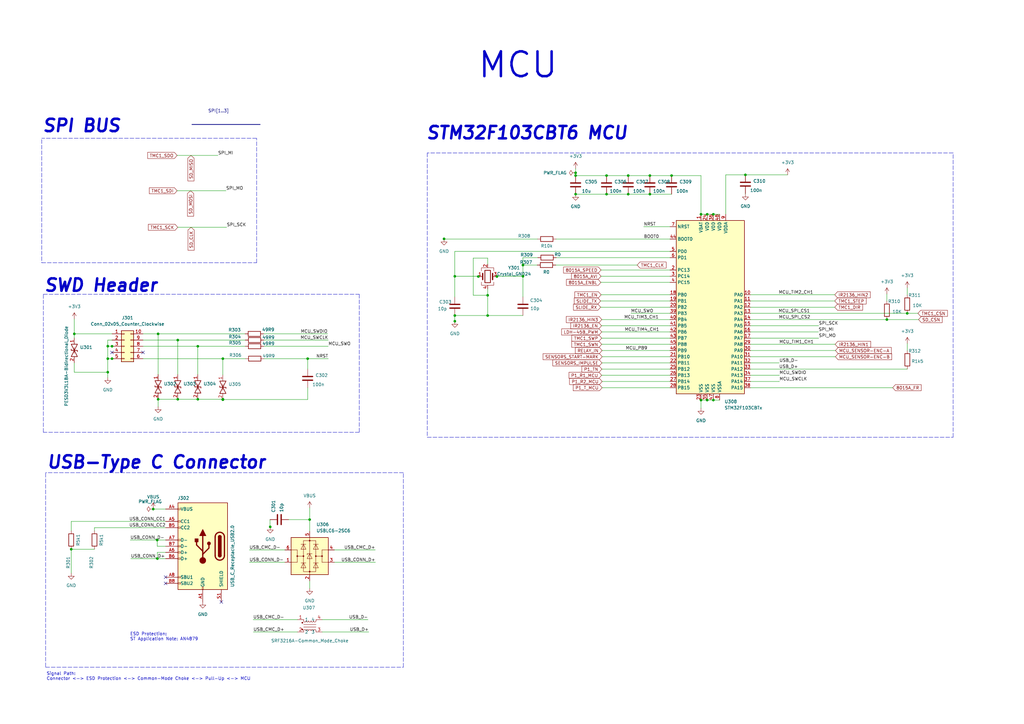
<source format=kicad_sch>
(kicad_sch (version 20211123) (generator eeschema)
  (paper "A3")
  (title_block (title "OpenCelluloid") (date "2023-02-16") (rev "v0.1"))
  (lib_symbols
    (symbol "Connector:USB_C_Receptacle_USB2.0" (pin_names (offset 1.016))
      (property "Reference" "J" (at -10.16 19.05 0))
      (property "Value" "USB_C_Receptacle_USB2.0" (at 19.05 19.05 0))
      (symbol "USB_C_Receptacle_USB2.0_0_0"
        (rectangle (start -0.254 -17.78) (end 0.254 -16.764))
        (rectangle (start 10.16 -14.986) (end 9.144 -15.494))
        (rectangle (start 10.16 -12.446) (end 9.144 -12.954))
        (rectangle (start 10.16 -4.826) (end 9.144 -5.334))
        (rectangle (start 10.16 -2.286) (end 9.144 -2.794))
        (rectangle (start 10.16 0.254) (end 9.144 -0.254))
        (rectangle (start 10.16 2.794) (end 9.144 2.286))
        (rectangle (start 10.16 7.874) (end 9.144 7.366))
        (rectangle (start 10.16 10.414) (end 9.144 9.906))
        (rectangle (start 10.16 15.494) (end 9.144 14.986))
      )
      (symbol "USB_C_Receptacle_USB2.0_0_1"
        (rectangle (start -10.16 17.78) (end 10.16 -17.78) (stroke (width 0.254)) (fill (type background)))
        (arc (start -8.89 -3.81) (mid -6.985 -5.715) (end -5.08 -3.81) (stroke (width 0.508)))
        (arc (start -7.62 -3.81) (mid -6.985 -4.445) (end -6.35 -3.81) (stroke (width 0.254)))
        (arc (start -7.62 -3.81) (mid -6.985 -4.445) (end -6.35 -3.81) (stroke (width 0.254)) (fill (type outline)))
        (rectangle (start -7.62 -3.81) (end -6.35 3.81) (stroke (width 0.254)) (fill (type outline)))
        (arc (start -6.35 3.81) (mid -6.985 4.445) (end -7.62 3.81) (stroke (width 0.254)))
        (arc (start -6.35 3.81) (mid -6.985 4.445) (end -7.62 3.81) (stroke (width 0.254)) (fill (type outline)))
        (arc (start -5.08 3.81) (mid -6.985 5.715) (end -8.89 3.81) (stroke (width 0.508)))
        (circle (center -2.54 1.143) (radius 0.635) (stroke (width 0.254)) (fill (type outline)))
        (circle (center 0 -5.842) (radius 1.27) (fill (type outline)))
        (polyline (pts (xy -8.89 -3.81) (xy -8.89 3.81)) (stroke (width 0.508)))
        (polyline (pts (xy -5.08 3.81) (xy -5.08 -3.81)) (stroke (width 0.508)))
        (polyline (pts (xy 0 -5.842) (xy 0 4.318)) (stroke (width 0.508)))
        (polyline (pts (xy 0 -3.302) (xy -2.54 -0.762) (xy -2.54 0.508)) (stroke (width 0.508)))
        (polyline (pts (xy 0 -2.032) (xy 2.54 0.508) (xy 2.54 1.778)) (stroke (width 0.508)))
        (polyline (pts (xy -1.27 4.318) (xy 0 6.858) (xy 1.27 4.318) (xy -1.27 4.318)) (stroke (width 0.254)) (fill (type outline)))
        (rectangle (start 1.905 1.778) (end 3.175 3.048) (stroke (width 0.254)) (fill (type outline)))
      )
      (symbol "USB_C_Receptacle_USB2.0_1_1"
        (pin passive line (at 0 -22.86 90) (length 5.08) (name "GND") (number "A1"))
        (pin passive line (at 0 -22.86 90) (length 5.08) hide (name "GND") (number "A12"))
        (pin passive line (at 15.24 15.24 180) (length 5.08) (name "VBUS") (number "A4"))
        (pin bidirectional line (at 15.24 10.16 180) (length 5.08) (name "CC1") (number "A5"))
        (pin bidirectional line (at 15.24 -2.54 180) (length 5.08) (name "D+") (number "A6"))
        (pin bidirectional line (at 15.24 2.54 180) (length 5.08) (name "D-") (number "A7"))
        (pin bidirectional line (at 15.24 -12.7 180) (length 5.08) (name "SBU1") (number "A8"))
        (pin passive line (at 15.24 15.24 180) (length 5.08) hide (name "VBUS") (number "A9"))
        (pin passive line (at 0 -22.86 90) (length 5.08) hide (name "GND") (number "B1"))
        (pin passive line (at 0 -22.86 90) (length 5.08) hide (name "GND") (number "B12"))
        (pin passive line (at 15.24 15.24 180) (length 5.08) hide (name "VBUS") (number "B4"))
        (pin bidirectional line (at 15.24 7.62 180) (length 5.08) (name "CC2") (number "B5"))
        (pin bidirectional line (at 15.24 -5.08 180) (length 5.08) (name "D+") (number "B6"))
        (pin bidirectional line (at 15.24 0 180) (length 5.08) (name "D-") (number "B7"))
        (pin bidirectional line (at 15.24 -15.24 180) (length 5.08) (name "SBU2") (number "B8"))
        (pin passive line (at 15.24 15.24 180) (length 5.08) hide (name "VBUS") (number "B9"))
        (pin passive line (at -7.62 -22.86 90) (length 5.08) (name "SHIELD") (number "S1"))
      )
    )
    (symbol "Connector_Generic:Conn_02x05_Counter_Clockwise" (pin_names (offset 1.016) hide)
      (property "Reference" "J" (at 1.27 7.62 0))
      (property "Value" "Conn_02x05_Counter_Clockwise" (at 1.27 -7.62 0))
      (symbol "Conn_02x05_Counter_Clockwise_1_1"
        (rectangle (start -1.27 -4.953) (end 0 -5.207) (stroke (width 0.1524)))
        (rectangle (start -1.27 -2.413) (end 0 -2.667) (stroke (width 0.1524)))
        (rectangle (start -1.27 0.127) (end 0 -0.127) (stroke (width 0.1524)))
        (rectangle (start -1.27 2.667) (end 0 2.413) (stroke (width 0.1524)))
        (rectangle (start -1.27 5.207) (end 0 4.953) (stroke (width 0.1524)))
        (rectangle (start -1.27 6.35) (end 3.81 -6.35) (stroke (width 0.254)) (fill (type background)))
        (rectangle (start 3.81 -4.953) (end 2.54 -5.207) (stroke (width 0.1524)))
        (rectangle (start 3.81 -2.413) (end 2.54 -2.667) (stroke (width 0.1524)))
        (rectangle (start 3.81 0.127) (end 2.54 -0.127) (stroke (width 0.1524)))
        (rectangle (start 3.81 2.667) (end 2.54 2.413) (stroke (width 0.1524)))
        (rectangle (start 3.81 5.207) (end 2.54 4.953) (stroke (width 0.1524)))
        (pin passive line (at -5.08 5.08 0) (length 3.81) (name "Pin_1") (number "1"))
        (pin passive line (at 7.62 5.08 180) (length 3.81) (name "Pin_10") (number "10"))
        (pin passive line (at -5.08 2.54 0) (length 3.81) (name "Pin_2") (number "2"))
        (pin passive line (at -5.08 0 0) (length 3.81) (name "Pin_3") (number "3"))
        (pin passive line (at -5.08 -2.54 0) (length 3.81) (name "Pin_4") (number "4"))
        (pin passive line (at -5.08 -5.08 0) (length 3.81) (name "Pin_5") (number "5"))
        (pin passive line (at 7.62 -5.08 180) (length 3.81) (name "Pin_6") (number "6"))
        (pin passive line (at 7.62 -2.54 180) (length 3.81) (name "Pin_7") (number "7"))
        (pin passive line (at 7.62 0 180) (length 3.81) (name "Pin_8") (number "8"))
        (pin passive line (at 7.62 2.54 180) (length 3.81) (name "Pin_9") (number "9"))
      )
    )
    (symbol "Device:C" (pin_numbers hide) (pin_names (offset 0.254))
      (property "Reference" "C" (at 0.635 2.54 0))
      (property "Value" "C" (at 0.635 -2.54 0))
      (symbol "C_0_1"
        (polyline (pts (xy -2.032 -0.762) (xy 2.032 -0.762)) (stroke (width 0.508)))
        (polyline (pts (xy -2.032 0.762) (xy 2.032 0.762)) (stroke (width 0.508)))
      )
      (symbol "C_1_1"
        (pin passive line (at 0 3.81 270) (length 2.794) (name "~") (number "1"))
        (pin passive line (at 0 -3.81 90) (length 2.794) (name "~") (number "2"))
      )
    )
    (symbol "Device:Crystal_GND24" (pin_names (offset 1.016) hide)
      (property "Reference" "Y" (at 3.175 5.08 0))
      (property "Value" "Crystal_GND24" (at 3.175 3.175 0))
      (symbol "Crystal_GND24_0_1"
        (rectangle (start -1.143 2.54) (end 1.143 -2.54) (stroke (width 0.3048)))
        (polyline (pts (xy -2.54 0) (xy -2.032 0)))
        (polyline (pts (xy -2.032 -1.27) (xy -2.032 1.27)) (stroke (width 0.508)))
        (polyline (pts (xy 0 -3.81) (xy 0 -3.556)))
        (polyline (pts (xy 0 3.556) (xy 0 3.81)))
        (polyline (pts (xy 2.032 -1.27) (xy 2.032 1.27)) (stroke (width 0.508)))
        (polyline (pts (xy 2.032 0) (xy 2.54 0)))
        (polyline (pts (xy -2.54 -2.286) (xy -2.54 -3.556) (xy 2.54 -3.556) (xy 2.54 -2.286)))
        (polyline (pts (xy -2.54 2.286) (xy -2.54 3.556) (xy 2.54 3.556) (xy 2.54 2.286)))
      )
      (symbol "Crystal_GND24_1_1"
        (pin passive line (at -3.81 0 0) (length 1.27) (name "1") (number "1"))
        (pin passive line (at 0 5.08 270) (length 1.27) (name "2") (number "2"))
        (pin passive line (at 3.81 0 180) (length 1.27) (name "3") (number "3"))
        (pin passive line (at 0 -5.08 90) (length 1.27) (name "4") (number "4"))
      )
    )
    (symbol "Device:R" (pin_numbers hide) (pin_names (offset 0))
      (property "Reference" "R" (at 2.032 0 90))
      (property "Value" "R" (at 0 0 90))
      (symbol "R_0_1"
        (rectangle (start -1.016 -2.54) (end 1.016 2.54) (stroke (width 0.254)))
      )
      (symbol "R_1_1"
        (pin passive line (at 0 3.81 270) (length 1.27) (name "~") (number "1"))
        (pin passive line (at 0 -3.81 90) (length 1.27) (name "~") (number "2"))
      )
    )
    (symbol "MCU_ST_STM32F1:STM32F103CBTx"
      (property "Reference" "U" (at -15.24 36.83 0))
      (property "Value" "STM32F103CBTx" (at 7.62 36.83 0))
      (symbol "STM32F103CBTx_0_1"
        (rectangle (start -15.24 -35.56) (end 12.7 35.56) (stroke (width 0.254)) (fill (type background)))
      )
      (symbol "STM32F103CBTx_1_1"
        (pin power_in line (at -5.08 38.1 270) (length 2.54) (name "VBAT") (number "1"))
        (pin bidirectional line (at 15.24 5.08 180) (length 2.54) (name "PA0") (number "10"))
        (pin bidirectional line (at 15.24 2.54 180) (length 2.54) (name "PA1") (number "11"))
        (pin bidirectional line (at 15.24 0 180) (length 2.54) (name "PA2") (number "12"))
        (pin bidirectional line (at 15.24 -2.54 180) (length 2.54) (name "PA3") (number "13"))
        (pin bidirectional line (at 15.24 -5.08 180) (length 2.54) (name "PA4") (number "14"))
        (pin bidirectional line (at 15.24 -7.62 180) (length 2.54) (name "PA5") (number "15"))
        (pin bidirectional line (at 15.24 -10.16 180) (length 2.54) (name "PA6") (number "16"))
        (pin bidirectional line (at 15.24 -12.7 180) (length 2.54) (name "PA7") (number "17"))
        (pin bidirectional line (at -17.78 5.08 0) (length 2.54) (name "PB0") (number "18"))
        (pin bidirectional line (at -17.78 2.54 0) (length 2.54) (name "PB1") (number "19"))
        (pin bidirectional line (at -17.78 15.24 0) (length 2.54) (name "PC13") (number "2"))
        (pin bidirectional line (at -17.78 0 0) (length 2.54) (name "PB2") (number "20"))
        (pin bidirectional line (at -17.78 -20.32 0) (length 2.54) (name "PB10") (number "21"))
        (pin bidirectional line (at -17.78 -22.86 0) (length 2.54) (name "PB11") (number "22"))
        (pin power_in line (at -5.08 -38.1 90) (length 2.54) (name "VSS") (number "23"))
        (pin power_in line (at -2.54 38.1 270) (length 2.54) (name "VDD") (number "24"))
        (pin bidirectional line (at -17.78 -25.4 0) (length 2.54) (name "PB12") (number "25"))
        (pin bidirectional line (at -17.78 -27.94 0) (length 2.54) (name "PB13") (number "26"))
        (pin bidirectional line (at -17.78 -30.48 0) (length 2.54) (name "PB14") (number "27"))
        (pin bidirectional line (at -17.78 -33.02 0) (length 2.54) (name "PB15") (number "28"))
        (pin bidirectional line (at 15.24 -15.24 180) (length 2.54) (name "PA8") (number "29"))
        (pin bidirectional line (at -17.78 12.7 0) (length 2.54) (name "PC14") (number "3"))
        (pin bidirectional line (at 15.24 -17.78 180) (length 2.54) (name "PA9") (number "30"))
        (pin bidirectional line (at 15.24 -20.32 180) (length 2.54) (name "PA10") (number "31"))
        (pin bidirectional line (at 15.24 -22.86 180) (length 2.54) (name "PA11") (number "32"))
        (pin bidirectional line (at 15.24 -25.4 180) (length 2.54) (name "PA12") (number "33"))
        (pin bidirectional line (at 15.24 -27.94 180) (length 2.54) (name "PA13") (number "34"))
        (pin power_in line (at -2.54 -38.1 90) (length 2.54) (name "VSS") (number "35"))
        (pin power_in line (at 0 38.1 270) (length 2.54) (name "VDD") (number "36"))
        (pin bidirectional line (at 15.24 -30.48 180) (length 2.54) (name "PA14") (number "37"))
        (pin bidirectional line (at 15.24 -33.02 180) (length 2.54) (name "PA15") (number "38"))
        (pin bidirectional line (at -17.78 -2.54 0) (length 2.54) (name "PB3") (number "39"))
        (pin bidirectional line (at -17.78 10.16 0) (length 2.54) (name "PC15") (number "4"))
        (pin bidirectional line (at -17.78 -5.08 0) (length 2.54) (name "PB4") (number "40"))
        (pin bidirectional line (at -17.78 -7.62 0) (length 2.54) (name "PB5") (number "41"))
        (pin bidirectional line (at -17.78 -10.16 0) (length 2.54) (name "PB6") (number "42"))
        (pin bidirectional line (at -17.78 -12.7 0) (length 2.54) (name "PB7") (number "43"))
        (pin input line (at -17.78 27.94 0) (length 2.54) (name "BOOT0") (number "44"))
        (pin bidirectional line (at -17.78 -15.24 0) (length 2.54) (name "PB8") (number "45"))
        (pin bidirectional line (at -17.78 -17.78 0) (length 2.54) (name "PB9") (number "46"))
        (pin power_in line (at 0 -38.1 90) (length 2.54) (name "VSS") (number "47"))
        (pin power_in line (at 2.54 38.1 270) (length 2.54) (name "VDD") (number "48"))
        (pin input line (at -17.78 22.86 0) (length 2.54) (name "PD0") (number "5"))
        (pin input line (at -17.78 20.32 0) (length 2.54) (name "PD1") (number "6"))
        (pin input line (at -17.78 33.02 0) (length 2.54) (name "NRST") (number "7"))
        (pin power_in line (at 2.54 -38.1 90) (length 2.54) (name "VSSA") (number "8"))
        (pin power_in line (at 5.08 38.1 270) (length 2.54) (name "VDDA") (number "9"))
      )
    )
    (symbol "Power_Protection:USBLC6-2SC6" (pin_names hide)
      (property "Reference" "U" (at 2.54 8.89 0))
      (property "Value" "USBLC6-2SC6" (at 2.54 -8.89 0))
      (symbol "USBLC6-2SC6_0_1"
        (rectangle (start -7.62 -7.62) (end 7.62 7.62) (stroke (width 0.254)) (fill (type background)))
        (circle (center -5.08 0) (radius 0.254) (fill (type outline)))
        (circle (center -2.54 0) (radius 0.254) (fill (type outline)))
        (rectangle (start -2.54 6.35) (end 2.54 -6.35))
        (circle (center 0 -6.35) (radius 0.254) (fill (type outline)))
        (polyline (pts (xy -5.08 -2.54) (xy -7.62 -2.54)))
        (polyline (pts (xy -5.08 0) (xy -5.08 -2.54)))
        (polyline (pts (xy -5.08 2.54) (xy -7.62 2.54)))
        (polyline (pts (xy -1.524 -2.794) (xy -3.556 -2.794)))
        (polyline (pts (xy -1.524 4.826) (xy -3.556 4.826)))
        (polyline (pts (xy 0 -7.62) (xy 0 -6.35)))
        (polyline (pts (xy 0 -6.35) (xy 0 1.27)))
        (polyline (pts (xy 0 1.27) (xy 0 6.35)))
        (polyline (pts (xy 0 6.35) (xy 0 7.62)))
        (polyline (pts (xy 1.524 -2.794) (xy 3.556 -2.794)))
        (polyline (pts (xy 1.524 4.826) (xy 3.556 4.826)))
        (polyline (pts (xy 5.08 -2.54) (xy 7.62 -2.54)))
        (polyline (pts (xy 5.08 0) (xy 5.08 -2.54)))
        (polyline (pts (xy 5.08 2.54) (xy 7.62 2.54)))
        (polyline (pts (xy -2.54 0) (xy -5.08 0) (xy -5.08 2.54)))
        (polyline (pts (xy 2.54 0) (xy 5.08 0) (xy 5.08 2.54)))
        (polyline (pts (xy -3.556 -4.826) (xy -1.524 -4.826) (xy -2.54 -2.794) (xy -3.556 -4.826)))
        (polyline (pts (xy -3.556 2.794) (xy -1.524 2.794) (xy -2.54 4.826) (xy -3.556 2.794)))
        (polyline (pts (xy -1.016 -1.016) (xy 1.016 -1.016) (xy 0 1.016) (xy -1.016 -1.016)))
        (polyline (pts (xy 1.016 1.016) (xy 0.762 1.016) (xy -1.016 1.016) (xy -1.016 0.508)))
        (polyline (pts (xy 3.556 -4.826) (xy 1.524 -4.826) (xy 2.54 -2.794) (xy 3.556 -4.826)))
        (polyline (pts (xy 3.556 2.794) (xy 1.524 2.794) (xy 2.54 4.826) (xy 3.556 2.794)))
        (circle (center 0 6.35) (radius 0.254) (fill (type outline)))
        (circle (center 2.54 0) (radius 0.254) (fill (type outline)))
        (circle (center 5.08 0) (radius 0.254) (fill (type outline)))
      )
      (symbol "USBLC6-2SC6_1_1"
        (pin passive line (at -10.16 -2.54 0) (length 2.54) (name "I/O1") (number "1"))
        (pin passive line (at 0 -10.16 90) (length 2.54) (name "GND") (number "2"))
        (pin passive line (at 10.16 -2.54 180) (length 2.54) (name "I/O2") (number "3"))
        (pin passive line (at 10.16 2.54 180) (length 2.54) (name "I/O2") (number "4"))
        (pin passive line (at 0 10.16 270) (length 2.54) (name "VBUS") (number "5"))
        (pin passive line (at -10.16 2.54 0) (length 2.54) (name "I/O1") (number "6"))
      )
    )
    (symbol "power:+3V3" (power) (pin_names (offset 0))
      (property "Value" "+3V3" (at 0 3.556 0))
      (symbol "+3V3_0_1"
        (polyline (pts (xy -0.762 1.27) (xy 0 2.54)))
        (polyline (pts (xy 0 0) (xy 0 2.54)))
        (polyline (pts (xy 0 2.54) (xy 0.762 1.27)))
      )
      (symbol "+3V3_1_1"
        (pin power_in line (at 0 0 90) (length 0) hide (name "+3V3") (number "1"))
      )
    )
    (symbol "power:GND" (power) (pin_names (offset 0))
      (property "Value" "GND" (at 0 -3.81 0))
      (symbol "GND_0_1"
        (polyline (pts (xy 0 0) (xy 0 -1.27) (xy 1.27 -1.27) (xy 0 -2.54) (xy -1.27 -1.27) (xy 0 -1.27)))
      )
      (symbol "GND_1_1"
        (pin power_in line (at 0 0 270) (length 0) hide (name "GND") (number "1"))
      )
    )
    (symbol "power:PWR_FLAG" (power) (pin_numbers hide) (pin_names (offset 0) hide)
      (property "Value" "PWR_FLAG" (at 0 3.81 0))
      (symbol "PWR_FLAG_0_0"
        (pin power_out line (at 0 0 90) (length 0) (name "pwr") (number "1"))
      )
      (symbol "PWR_FLAG_0_1"
        (polyline (pts (xy 0 0) (xy 0 1.27) (xy -1.016 1.905) (xy 0 2.54) (xy 1.016 1.905) (xy 0 1.27)))
      )
    )
    (symbol "power:VBUS" (power) (pin_names (offset 0))
      (property "Value" "VBUS" (at 0 3.81 0))
      (symbol "VBUS_0_1"
        (polyline (pts (xy -0.762 1.27) (xy 0 2.54)))
        (polyline (pts (xy 0 0) (xy 0 2.54)))
        (polyline (pts (xy 0 2.54) (xy 0.762 1.27)))
      )
      (symbol "VBUS_1_1"
        (pin power_in line (at 0 0 90) (length 0) hide (name "VBUS") (number "1"))
      )
    )
    (symbol "privateParts:PESD3V3L1BA-Bidirectional_Diode"
      (property "Reference" "U" (at 0 -5.08 0))
      (property "Value" "PESD3V3L1BA-Bidirectional_Diode" (at 0 -7.62 0))
      (symbol "PESD3V3L1BA-Bidirectional_Diode_0_1"
        (polyline (pts (xy 1.27 0) (xy -1.27 0)))
        (polyline (pts (xy 0.508 1.27) (xy 0 1.27) (xy 0 -1.27) (xy -0.508 -1.27)) (stroke (width 0.254)))
        (polyline (pts (xy -2.54 1.27) (xy -2.54 -1.27) (xy 2.54 1.27) (xy 2.54 -1.27) (xy -2.54 1.27)) (stroke (width 0.254)))
      )
      (symbol "PESD3V3L1BA-Bidirectional_Diode_1_1"
        (pin passive line (at -5.08 0 0) (length 2.54) (name "") (number "1"))
        (pin passive line (at 5.08 0 180) (length 2.54) (name "") (number "2"))
      )
    )
    (symbol "privateParts:SRF3216A-Common_Mode_Choke"
      (property "Reference" "U" (at 0 -5.08 0))
      (property "Value" "SRF3216A-Common_Mode_Choke" (at 0 6.35 0))
      (symbol "SRF3216A-Common_Mode_Choke_0_1"
        (circle (center -3.048 -1.524) (radius 0.254) (fill (type outline)))
        (circle (center -3.048 1.27) (radius 0.254) (fill (type outline)))
        (arc (start -2.54 2.032) (mid -2.032 1.524) (end -1.524 2.032))
        (arc (start -1.524 -2.032) (mid -2.032 -1.524) (end -2.54 -2.032))
        (arc (start -1.524 2.032) (mid -1.016 1.524) (end -0.508 2.032))
        (arc (start -0.508 -2.032) (mid -1.016 -1.524) (end -1.524 -2.032))
        (arc (start -0.508 2.032) (mid 0 1.524) (end 0.508 2.032))
        (polyline (pts (xy -2.54 -2.032) (xy -2.54 -2.54)))
        (polyline (pts (xy -2.54 -0.508) (xy 2.54 -0.508)))
        (polyline (pts (xy -2.54 2.032) (xy -2.54 2.54)))
        (polyline (pts (xy 2.54 -2.54) (xy 2.54 -2.032)))
        (polyline (pts (xy 2.54 0.508) (xy -2.54 0.508)))
        (polyline (pts (xy 2.54 2.032) (xy 2.54 2.54)))
        (arc (start 0.508 -2.032) (mid 0 -1.524) (end -0.508 -2.032))
        (arc (start 0.508 2.032) (mid 1.016 1.524) (end 1.524 2.032))
        (arc (start 1.524 -2.032) (mid 1.016 -1.524) (end 0.508 -2.032))
        (arc (start 1.524 2.032) (mid 2.032 1.524) (end 2.54 2.032))
        (arc (start 2.54 -2.032) (mid 2.032 -1.524) (end 1.524 -2.032))
      )
      (symbol "SRF3216A-Common_Mode_Choke_1_1"
        (pin passive line (at -5.08 2.54 0) (length 2.54) (name "1") (number "1"))
        (pin passive line (at -5.08 -2.54 0) (length 2.54) (name "2") (number "2"))
        (pin passive line (at 5.08 -2.54 180) (length 2.54) (name "3") (number "3"))
        (pin passive line (at 5.08 2.54 180) (length 2.54) (name "4") (number "4"))
      )
    )
  )
  (junction (at 91.4054 163.7584))
  (junction (at 186.5568 131.7509))
  (junction (at 214.4834 113.3238))
  (junction (at 287.5084 164.084))
  (junction (at 29.21 225.2726))
  (junction (at 64.8424 163.7584))
  (junction (at 182.1238 97.9678))
  (junction (at 64.8424 136.936))
  (junction (at 44.208 152.6472))
  (junction (at 186.5434 113.3238))
  (junction (at 72.9084 163.7584))
  (junction (at 91.4054 163.86))
  (junction (at 257.6634 72.009))
  (junction (at 363.7573 131.064))
  (junction (at 292.5884 87.884))
  (junction (at 290.0484 87.884))
  (junction (at 64.5549 229.108))
  (junction (at 203.8154 113.411))
  (junction (at 200.0054 129.413))
  (junction (at 81.1309 163.7584))
  (junction (at 266.5534 79.629))
  (junction (at 126.1813 147.096))
  (junction (at 44.208 147.1031))
  (junction (at 30.48 136.936))
  (junction (at 64.477 221.488))
  (junction (at 236.0734 72.009))
  (junction (at 287.5084 87.884))
  (junction (at 372.0961 128.524))
  (junction (at 290.0484 164.084))
  (junction (at 45.9486 142.016))
  (junction (at 110.8267 216.0984))
  (junction (at 186.5434 129.413))
  (junction (at 200.0054 121.1133))
  (junction (at 81.1309 142.016))
  (junction (at 196.1954 113.411))
  (junction (at 236.0734 70.8872))
  (junction (at 257.6634 79.629))
  (junction (at 62.8412 208.788))
  (junction (at 292.5884 164.084))
  (junction (at 91.4054 147.096))
  (junction (at 214.4834 108.712))
  (junction (at 45.9486 147.096))
  (junction (at 236.0734 79.629))
  (junction (at 266.5534 72.009))
  (junction (at 72.9084 139.476))
  (junction (at 275.4434 72.009))
  (junction (at 248.7734 72.009))
  (junction (at 248.7734 79.629))
  (junction (at 91.4054 163.9233))
  (junction (at 44.208 141.9725))
  (junction (at 305.7327 71.7226))
  (junction (at 127 213.106))
  (no_connect (at 90.7796 246.888))
  (no_connect (at 67.9196 239.268))
  (no_connect (at 58.6486 144.556))
  (no_connect (at 67.9196 236.728))
  (no_connect (at 45.9486 144.556))
  (wire (pts (xy 246.9434 143.764) (xy 274.8084 143.764)))
  (wire (pts (xy 186.5434 121.793) (xy 186.5434 113.3238)))
  (wire (pts (xy 102.2925 230.632) (xy 116.84 230.632)))
  (wire (pts (xy 246.7695 141.224) (xy 274.8084 141.224)))
  (wire (pts (xy 137.16 225.552) (xy 153.9178 225.552)))
  (wire (pts (xy 103.8953 259.207) (xy 121.992 259.207)))
  (wire (pts (xy 246.4963 113.284) (xy 274.8084 113.284)))
  (wire (pts (xy 287.5084 164.084) (xy 290.0484 164.084)))
  (wire (pts (xy 292.5884 87.884) (xy 295.1284 87.884)))
  (wire (pts (xy 220.4524 98.044) (xy 182.1238 98.044)))
  (wire (pts (xy 319.614 153.924) (xy 319.614 153.8478)))
  (wire (pts (xy 45.9486 141.9725) (xy 45.9486 142.016)))
  (polyline (pts (xy 105.2413 56.7306) (xy 17.1033 56.7306)))
  (polyline (pts (xy 165.4556 193.8528) (xy 18.6944 193.8528)))
  (wire (pts (xy 214.4834 113.3238) (xy 214.4834 121.793)))
  (polyline (pts (xy 105.2413 107.7846) (xy 105.2413 56.7306)))
  (bus (pts (xy 78.74 51.054) (xy 106.68 51.054)))
  (wire (pts (xy 246.4963 110.744) (xy 274.8084 110.744)))
  (wire (pts (xy 228.0724 98.044) (xy 274.8084 98.044)))
  (wire (pts (xy 44.208 147.1031) (xy 44.208 152.6472)))
  (wire (pts (xy 196.1954 113.3238) (xy 196.1954 113.411)))
  (wire (pts (xy 72.644 63.754) (xy 89.408 63.754)))
  (wire (pts (xy 246.9641 156.464) (xy 274.8084 156.464)))
  (wire (pts (xy 246.3431 125.984) (xy 274.8084 125.984)))
  (wire (pts (xy 62.8412 208.788) (xy 67.9196 208.788)))
  (wire (pts (xy 64.477 224.028) (xy 64.477 221.488)))
  (wire (pts (xy 246.986 146.304) (xy 274.8084 146.304)))
  (wire (pts (xy 307.8284 153.924) (xy 319.614 153.924)))
  (polyline (pts (xy 390.906 62.738) (xy 175.26 62.738)))
  (wire (pts (xy 44.208 141.9725) (xy 44.208 147.1031)))
  (wire (pts (xy 58.6486 142.016) (xy 81.1309 142.016)))
  (wire (pts (xy 91.4054 163.7584) (xy 91.4054 163.86)))
  (wire (pts (xy 45.9486 139.476) (xy 44.208 139.476)))
  (polyline (pts (xy 17.1033 107.7846) (xy 105.2413 107.7846)))
  (wire (pts (xy 81.1309 142.016) (xy 100.5973 142.016)))
  (wire (pts (xy 186.5434 103.124) (xy 274.8084 103.124)))
  (wire (pts (xy 30.48 152.6472) (xy 44.208 152.6472)))
  (wire (pts (xy 214.4834 108.712) (xy 214.4834 113.3238)))
  (wire (pts (xy 127 213.106) (xy 127 217.932)))
  (wire (pts (xy 246.4249 115.824) (xy 274.8084 115.824)))
  (wire (pts (xy 372.0961 118.0487) (xy 372.0961 120.904)))
  (polyline (pts (xy 390.906 179.324) (xy 390.906 62.738)))
  (wire (pts (xy 64.5549 226.568) (xy 64.5549 229.108)))
  (wire (pts (xy 200.0054 121.1133) (xy 194.0977 121.1133)))
  (wire (pts (xy 214.4834 113.3238) (xy 203.8154 113.3238)))
  (wire (pts (xy 307.8284 141.224) (xy 342.5278 141.224)))
  (wire (pts (xy 132.152 254.127) (xy 150.9454 254.127)))
  (wire (pts (xy 38.7476 217.6526) (xy 38.7476 216.408)))
  (wire (pts (xy 246.5474 120.904) (xy 274.8084 120.904)))
  (wire (pts (xy 275.4434 72.009) (xy 287.5084 72.009)))
  (wire (pts (xy 200.0054 121.1133) (xy 200.0054 129.413)))
  (wire (pts (xy 81.1309 163.7584) (xy 91.4054 163.7584)))
  (wire (pts (xy 45.9486 147.1031) (xy 45.9486 147.096)))
  (wire (pts (xy 67.9196 224.028) (xy 64.477 224.028)))
  (polyline (pts (xy 147.3454 177.322) (xy 17.8054 177.322)))
  (wire (pts (xy 126.1813 147.096) (xy 134.6454 147.096)))
  (wire (pts (xy 102.2719 225.552) (xy 116.84 225.552)))
  (wire (pts (xy 307.8284 148.844) (xy 319.5937 148.844)))
  (wire (pts (xy 127 238.252) (xy 127 241.3)))
  (wire (pts (xy 118.364 213.106) (xy 127 213.106)))
  (wire (pts (xy 72.644 78.232) (xy 92.71 78.232)))
  (wire (pts (xy 287.5084 87.884) (xy 290.0484 87.884)))
  (wire (pts (xy 246.3341 123.444) (xy 274.8084 123.444)))
  (wire (pts (xy 307.8284 128.524) (xy 372.0961 128.524)))
  (wire (pts (xy 29.21 217.6526) (xy 29.21 213.868)))
  (wire (pts (xy 363.7573 120.5887) (xy 363.7573 123.444)))
  (wire (pts (xy 258.7662 128.524) (xy 274.8084 128.524)))
  (wire (pts (xy 305.7327 71.7226) (xy 323.0333 71.7226)))
  (wire (pts (xy 182.1238 98.044) (xy 182.1238 97.9678)))
  (wire (pts (xy 292.5884 164.084) (xy 295.1284 164.084)))
  (wire (pts (xy 110.744 213.106) (xy 110.744 216.0984)))
  (wire (pts (xy 246.7695 138.684) (xy 274.8084 138.684)))
  (wire (pts (xy 246.8084 131.064) (xy 274.8084 131.064)))
  (wire (pts (xy 30.48 148.7978) (xy 30.48 152.6472)))
  (wire (pts (xy 186.5434 129.413) (xy 200.0054 129.413)))
  (wire (pts (xy 236.0734 79.629) (xy 248.7734 79.629)))
  (wire (pts (xy 220.5671 105.664) (xy 214.4834 105.664)))
  (wire (pts (xy 53.6493 229.108) (xy 64.5549 229.108)))
  (wire (pts (xy 307.8284 133.604) (xy 335.788 133.604)))
  (wire (pts (xy 227.9454 108.712) (xy 261.3464 108.712)))
  (wire (pts (xy 194.0977 121.1133) (xy 194.0977 105.846)))
  (wire (pts (xy 372.0961 128.524) (xy 376.4943 128.524)))
  (wire (pts (xy 132.152 259.207) (xy 151.257 259.207)))
  (wire (pts (xy 257.6634 79.629) (xy 266.5534 79.629)))
  (wire (pts (xy 290.0484 87.884) (xy 292.5884 87.884)))
  (wire (pts (xy 246.7501 153.924) (xy 274.8084 153.924)))
  (wire (pts (xy 266.5534 72.009) (xy 275.4434 72.009)))
  (wire (pts (xy 64.8424 136.936) (xy 100.5194 136.936)))
  (wire (pts (xy 91.4054 147.096) (xy 91.4054 153.7633)))
  (wire (pts (xy 307.8284 131.064) (xy 363.7573 131.064)))
  (wire (pts (xy 186.5434 129.413) (xy 186.5434 131.7509)))
  (wire (pts (xy 264.0134 92.964) (xy 274.8084 92.964)))
  (wire (pts (xy 246.7064 133.604) (xy 274.8084 133.604)))
  (wire (pts (xy 81.1309 142.016) (xy 81.1309 153.5984)))
  (polyline (pts (xy 18.6944 273.6342) (xy 165.4556 273.6342)))
  (wire (pts (xy 305.7327 79.502) (xy 305.7327 79.3426)))
  (polyline (pts (xy 18.6944 194.0814) (xy 18.6944 273.6342)))
  (wire (pts (xy 307.8284 138.684) (xy 335.788 138.684)))
  (wire (pts (xy 248.7734 72.009) (xy 257.6634 72.009)))
  (wire (pts (xy 30.48 136.936) (xy 30.48 138.6378)))
  (wire (pts (xy 72.9084 163.7584) (xy 81.1309 163.7584)))
  (wire (pts (xy 307.8284 156.464) (xy 319.614 156.464)))
  (wire (pts (xy 64.8424 136.936) (xy 64.8424 153.5984)))
  (wire (pts (xy 266.5534 79.629) (xy 275.4434 79.629)))
  (wire (pts (xy 363.7573 131.064) (xy 376.755 131.064)))
  (wire (pts (xy 214.4834 105.664) (xy 214.4834 108.712)))
  (wire (pts (xy 307.8284 123.444) (xy 342.3724 123.444)))
  (polyline (pts (xy 17.8054 177.322) (xy 17.8054 120.68)))
  (wire (pts (xy 72.9084 139.476) (xy 100.5973 139.476)))
  (wire (pts (xy 257.6634 72.009) (xy 266.5534 72.009)))
  (wire (pts (xy 103.8174 254.127) (xy 121.992 254.127)))
  (wire (pts (xy 44.208 147.1031) (xy 45.9486 147.1031)))
  (wire (pts (xy 248.7734 79.629) (xy 257.6634 79.629)))
  (wire (pts (xy 64.477 221.488) (xy 67.9196 221.488)))
  (wire (pts (xy 236.0734 70.8872) (xy 236.0734 72.009)))
  (wire (pts (xy 297.6684 87.884) (xy 297.6684 71.7226)))
  (wire (pts (xy 30.48 130.81) (xy 30.48 136.936)))
  (polyline (pts (xy 175.26 179.324) (xy 390.906 179.324)))
  (wire (pts (xy 29.21 213.868) (xy 67.9196 213.868)))
  (wire (pts (xy 214.4834 108.712) (xy 220.3254 108.712)))
  (polyline (pts (xy 175.26 62.738) (xy 175.26 179.324)))
  (wire (pts (xy 372.1396 140.9087) (xy 372.1396 143.764)))
  (wire (pts (xy 72.898 93.218) (xy 92.964 93.218)))
  (wire (pts (xy 246.8382 151.384) (xy 274.8084 151.384)))
  (wire (pts (xy 108.2952 147.096) (xy 126.1813 147.096)))
  (wire (pts (xy 72.9084 139.476) (xy 72.9084 153.5984)))
  (wire (pts (xy 44.208 152.6472) (xy 44.208 154.8092)))
  (wire (pts (xy 307.8284 143.764) (xy 342.6628 143.764)))
  (wire (pts (xy 29.21 225.2726) (xy 29.21 235.0534)))
  (wire (pts (xy 307.8284 125.984) (xy 342.3724 125.984)))
  (wire (pts (xy 44.208 141.9725) (xy 45.9486 141.9725)))
  (wire (pts (xy 236.0734 69.1136) (xy 236.0734 70.8872)))
  (wire (pts (xy 58.6486 136.936) (xy 64.8424 136.936)))
  (wire (pts (xy 307.8284 159.004) (xy 366.1366 159.004)))
  (wire (pts (xy 64.5549 229.108) (xy 67.9196 229.108)))
  (wire (pts (xy 297.6684 71.7226) (xy 305.7327 71.7226)))
  (polyline (pts (xy 17.1033 57.2386) (xy 17.1033 107.7846)))
  (wire (pts (xy 246.9542 159.004) (xy 274.8084 159.004)))
  (wire (pts (xy 186.5434 113.3238) (xy 186.5434 103.124)))
  (wire (pts (xy 126.1813 151.3757) (xy 126.1813 147.096)))
  (wire (pts (xy 186.5434 113.3238) (xy 196.1954 113.3238)))
  (wire (pts (xy 58.6486 147.096) (xy 91.4054 147.096)))
  (wire (pts (xy 307.8284 136.144) (xy 335.6995 136.144)))
  (wire (pts (xy 108.2173 142.016) (xy 134.629 142.016)))
  (wire (pts (xy 236.0734 72.009) (xy 248.7734 72.009)))
  (wire (pts (xy 200.0054 118.491) (xy 200.0054 121.1133)))
  (wire (pts (xy 307.8284 120.904) (xy 342.3724 120.904)))
  (wire (pts (xy 290.0484 164.084) (xy 292.5884 164.084)))
  (wire (pts (xy 200.0054 129.413) (xy 214.4834 129.413)))
  (wire (pts (xy 127 208.28) (xy 127 213.106)))
  (wire (pts (xy 228.1871 105.664) (xy 274.8084 105.664)))
  (wire (pts (xy 29.21 225.2726) (xy 38.7476 225.2726)))
  (wire (pts (xy 64.8424 163.7584) (xy 72.9084 163.7584)))
  (wire (pts (xy 91.4054 163.86) (xy 126.1813 163.86)))
  (wire (pts (xy 307.8284 146.304) (xy 342.646 146.304)))
  (wire (pts (xy 186.5434 131.7509) (xy 186.5568 131.7509)))
  (wire (pts (xy 67.9196 226.568) (xy 64.5549 226.568)))
  (wire (pts (xy 91.4054 163.86) (xy 91.4054 163.9233)))
  (wire (pts (xy 287.5084 72.009) (xy 287.5084 87.884)))
  (wire (pts (xy 194.0977 105.846) (xy 200.0054 105.846)))
  (wire (pts (xy 307.8284 151.384) (xy 372.1396 151.384)))
  (wire (pts (xy 38.7476 216.408) (xy 67.9196 216.408)))
  (polyline (pts (xy 147.3454 120.68) (xy 147.3454 177.322)))
  (wire (pts (xy 58.6486 139.476) (xy 72.9084 139.476)))
  (wire (pts (xy 108.2173 139.476) (xy 134.6454 139.476)))
  (wire (pts (xy 110.744 216.0984) (xy 110.8267 216.0984)))
  (wire (pts (xy 126.1813 163.86) (xy 126.1813 158.9957)))
  (wire (pts (xy 203.8154 113.3238) (xy 203.8154 113.411)))
  (wire (pts (xy 137.16 230.632) (xy 153.9796 230.632)))
  (wire (pts (xy 45.9486 136.936) (xy 30.48 136.936)))
  (wire (pts (xy 319.614 156.464) (xy 319.614 156.4386)))
  (wire (pts (xy 108.1394 136.936) (xy 134.3914 136.936)))
  (wire (pts (xy 53.4156 221.488) (xy 64.477 221.488)))
  (polyline (pts (xy 17.8054 120.68) (xy 147.3454 120.68)))
  (polyline (pts (xy 165.4556 273.6342) (xy 165.4556 193.8528)))
  (wire (pts (xy 246.7898 136.144) (xy 274.8084 136.144)))
  (wire (pts (xy 246.8779 148.844) (xy 274.8084 148.844)))
  (wire (pts (xy 91.4054 147.096) (xy 100.6752 147.096)))
  (wire (pts (xy 287.5084 164.084) (xy 287.5084 167.4195)))
  (wire (pts (xy 44.208 139.476) (xy 44.208 141.9725)))
  (wire (pts (xy 200.0054 105.846) (xy 200.0054 108.331)))
  (wire (pts (xy 64.8424 163.7584) (xy 64.8424 166.7615)))
  (text "SWD Header" (at 17.8054 120.172 0) (effects (font (size 5.08 5.08) (thickness 1.016) bold italic) (justify left bottom)))
  (text "SPI BUS" (at 17.1033 54.6986 0) (effects (font (size 5.08 5.08) (thickness 1.016) bold italic) (justify left bottom)))
  (text "Signal Path:\nConnector <-> ESD Protection <-> Common-Mode Choke <-> Pull-Up <-> MCU" (at 19.0754 279.1968 0) (effects (font (size 1.27 1.27)) (justify left bottom)))
  (text "USB-Type C Connector" (at 18.8722 192.7098 0) (effects (font (size 5.08 5.08) (thickness 1.016) bold italic) (justify left bottom)))
  (text "ESD Protection:\nST Application Note: AN4879" (at 53.34 262.9408 0) (effects (font (size 1.27 1.27)) (justify left bottom)))
  (text "STM32F103CBT6 MCU" (at 174.4784 57.658 0) (effects (font (size 5.08 5.08) (thickness 1.016) bold italic) (justify left bottom)))
  (text "MCU" (at 195.58 32.766 0) (effects (font (size 10.16 10.16) (thickness 1.016) bold) (justify left bottom)))
  (label "SPI_SCK" (at 92.964 93.218 0))
  (label "SPI_MI" (at 335.6995 136.144 0))
  (label "USB_CMC_D+" (at 153.9178 225.552 180))
  (label "MCU_SPI_CS1" (at 319.2572 128.524 0))
  (label "MCU_SWCLK" (at 134.6454 139.476 180))
  (label "USB_CONN_CC2" (at 67.9196 216.408 180))
  (label "NRST" (at 264.0134 92.964 0))
  (label "USB_D+" (at 151.257 259.207 180))
  (label "USB_CONN_D+" (at 53.6493 229.108 0))
  (label "MCU_SWO" (at 134.629 142.016 0))
  (label "SPI_MO" (at 92.71 78.232 0))
  (label "MCU_SPI_CS2" (at 319.4024 131.064 0))
  (label "MCU_SWDIO" (at 134.3914 136.936 180))
  (label "USB_CONN_D-" (at 53.4156 221.488 0))
  (label "USB_CONN_CC1" (at 67.9196 213.868 180))
  (label "USB_CONN_D+" (at 153.9796 230.632 180))
  (label "USB_CMC_D-" (at 102.2719 225.552 0))
  (label "MCU_TIM4_CH1" (at 256.1761 136.144 0))
  (label "SPI[1..3]" (at 85.344 46.482 0))
  (label "MCU_TIM2_CH1" (at 319.3291 120.904 0))
  (label "MCU_SWO" (at 258.7662 128.524 0))
  (label "SPI_MO" (at 335.788 138.684 0))
  (label "USB_CONN_D-" (at 102.2925 230.632 0))
  (label "MCU_PB9" (at 256.571 143.764 0))
  (label "MCU_TIM3_CH1" (at 270.1929 131.064 180))
  (label "USB_D+" (at 319.5394 151.384 0))
  (label "BOOT0" (at 264.0134 98.044 0))
  (label "NRST" (at 134.6454 147.096 180))
  (label "SPI_SCK" (at 335.788 133.604 0))
  (label "SPI_MI" (at 89.408 63.754 0))
  (label "MCU_SWDIO" (at 319.614 153.8478 0))
  (label "MCU_TIM1_CH1" (at 319.5502 141.224 0))
  (label "USB_D-" (at 150.9454 254.127 180))
  (label "USB_CMC_D+" (at 103.8953 259.207 0))
  (label "USB_CMC_D-" (at 103.8174 254.127 0))
  (label "USB_D-" (at 319.5937 148.844 0))
  (label "MCU_SWCLK" (at 319.614 156.4386 0))
  (global_label "TMC1_SDI" (shape input) (at 72.644 78.232 180) (property "Intersheet References" "${INTERSHEET_REFS}" (effects hide)))
  (global_label "TMC1_EN" (shape input) (at 246.5474 120.904 180) (property "Intersheet References" "${INTERSHEET_REFS}" (effects hide)))
  (global_label "IR2136_HIN3" (shape input) (at 246.8084 131.064 180) (property "Intersheet References" "${INTERSHEET_REFS}" (effects hide)))
  (global_label "TMC1_SWP" (shape input) (at 246.7695 138.684 180) (property "Intersheet References" "${INTERSHEET_REFS}" (effects hide)))
  (global_label "TMC1_SCK" (shape input) (at 72.898 93.218 180) (property "Intersheet References" "${INTERSHEET_REFS}" (effects hide)))
  (global_label "SENSORS_START-MARK" (shape input) (at 246.986 146.304 180) (property "Intersheet References" "${INTERSHEET_REFS}" (effects hide)))
  (global_label "SLIDE_RX" (shape input) (at 246.3431 125.984 180) (property "Intersheet References" "${INTERSHEET_REFS}" (effects hide)))
  (global_label "8015A_SPEED" (shape input) (at 246.4963 110.744 180) (property "Intersheet References" "${INTERSHEET_REFS}" (effects hide)))
  (global_label "SD_CSN" (shape input) (at 376.755 131.064 0) (property "Intersheet References" "${INTERSHEET_REFS}" (effects hide)))
  (global_label "TMC1_DIR" (shape input) (at 342.3724 125.984 0) (property "Intersheet References" "${INTERSHEET_REFS}" (effects hide)))
  (global_label "IR2136_HIN2" (shape input) (at 342.3724 120.904 0) (property "Intersheet References" "${INTERSHEET_REFS}" (effects hide)))
  (global_label "MCU_SENSOR-ENC-B" (shape input) (at 342.646 146.304 0) (property "Intersheet References" "${INTERSHEET_REFS}" (effects hide)))
  (global_label "SENSORS_IMPULSE" (shape input) (at 246.8779 148.844 180) (property "Intersheet References" "${INTERSHEET_REFS}" (effects hide)))
  (global_label "TMC1_STEP" (shape input) (at 342.3724 123.444 0) (property "Intersheet References" "${INTERSHEET_REFS}" (effects hide)))
  (global_label "TMC1_CSN" (shape input) (at 376.4943 128.524 0) (property "Intersheet References" "${INTERSHEET_REFS}" (effects hide)))
  (global_label "8015A_FR" (shape input) (at 366.1366 159.004 0) (property "Intersheet References" "${INTERSHEET_REFS}" (effects hide)))
  (global_label "SD_MISO" (shape input) (at 78.3201 63.754 270) (property "Intersheet References" "${INTERSHEET_REFS}" (effects hide)))
  (global_label "P1_TN" (shape input) (at 246.8382 151.384 180) (property "Intersheet References" "${INTERSHEET_REFS}" (effects hide)))
  (global_label "MCU_SENSOR-ENC-A" (shape input) (at 342.6628 143.764 0) (property "Intersheet References" "${INTERSHEET_REFS}" (effects hide)))
  (global_label "P1_R1_MCU" (shape input) (at 246.7501 153.924 180) (property "Intersheet References" "${INTERSHEET_REFS}" (effects hide)))
  (global_label "8015A_AVI" (shape input) (at 246.4963 113.284 180) (property "Intersheet References" "${INTERSHEET_REFS}" (effects hide)))
  (global_label "8015A_ENBL" (shape input) (at 246.4249 115.824 180) (property "Intersheet References" "${INTERSHEET_REFS}" (effects hide)))
  (global_label "SLIDE_TX" (shape input) (at 246.3341 123.444 180) (property "Intersheet References" "${INTERSHEET_REFS}" (effects hide)))
  (global_label "LDH-45B_PWM" (shape input) (at 246.7898 136.144 180) (property "Intersheet References" "${INTERSHEET_REFS}" (effects hide)))
  (global_label "P1_T_MCU" (shape input) (at 246.9542 159.004 180) (property "Intersheet References" "${INTERSHEET_REFS}" (effects hide)))
  (global_label "IR2136_EN" (shape input) (at 246.7064 133.604 180) (property "Intersheet References" "${INTERSHEET_REFS}" (effects hide)))
  (global_label "IR2136_HIN1" (shape input) (at 342.5278 141.224 0) (property "Intersheet References" "${INTERSHEET_REFS}" (effects hide)))
  (global_label "SD_CLK" (shape input) (at 78.3708 93.218 270) (property "Intersheet References" "${INTERSHEET_REFS}" (effects hide)))
  (global_label "TMC1_CLK" (shape input) (at 261.3464 108.712 0) (property "Intersheet References" "${INTERSHEET_REFS}" (effects hide)))
  (global_label "RELAY_IN" (shape input) (at 246.9434 143.764 180) (property "Intersheet References" "${INTERSHEET_REFS}" (effects hide)))
  (global_label "SD_MOSI" (shape input) (at 78.1588 78.232 270) (property "Intersheet References" "${INTERSHEET_REFS}" (effects hide)))
  (global_label "TMC1_SWN" (shape input) (at 246.7695 141.224 180) (property "Intersheet References" "${INTERSHEET_REFS}" (effects hide)))
  (global_label "P1_R2_MCU" (shape input) (at 246.9641 156.464 180) (property "Intersheet References" "${INTERSHEET_REFS}" (effects hide)))
  (global_label "TMC1_SDO" (shape input) (at 72.644 63.754 180) (property "Intersheet References" "${INTERSHEET_REFS}" (effects hide)))
  (symbol (lib_id "Power_Protection:USBLC6-2SC6") (at 127 228.092 0) (unit 1)
    (property "Reference" "U306" (at 129.7687 215.1126 0) (effects (justify left)))
    (property "Value" "USBLC6-2SC6" (at 129.7687 217.6526 0) (effects (justify left)))
    (property "Footprint" "Package_TO_SOT_SMD:SOT-23-6" (effects hide))
    (property "Datasheet" "https://www.st.com/resource/en/datasheet/usblc6-2.pdf" (effects hide))
    (property "Digi-Key_PN" "497-5235-1-ND" (effects hide))
    (property "Manufacturer_PN" "USBLC6-2SC6" (effects hide))
  )
  (symbol (lib_id "power:GND") (at 44.208 154.8092 0) (unit 1)
    (property "Reference" "#PWR0303" (effects hide))
    (property "Value" "GND" (at 44.208 159.8892 0))
  )
  (symbol (lib_id "power:+3V3") (at 323.0333 71.7226 0) (unit 1)
    (property "Reference" "#PWR0316" (effects hide))
    (property "Value" "+3V3" (at 323.0333 66.6426 0))
  )
  (symbol (lib_id "privateParts:PESD3V3L1BA-Bidirectional_Diode") (at 72.9084 158.6784 270) (unit 1)
    (property "Reference" "U303" (at 75.2198 157.4083 90) (effects (justify left)))
    (property "Value" "PESD3V3L1BA-Bidirectional_Diode" (effects hide))
    (property "Footprint" "Diode_SMD:D_SOD-323" (effects hide))
    (property "Datasheet" "https://assets.nexperia.com/documents/data-sheet/PESDXL1BA_SER.pdf" (effects hide))
    (property "Manufacturer_PN" "PESD3V3L1BA,115" (effects hide))
    (property "Digi-Key_PN" "1727-3825-1-ND" (effects hide))
  )
  (symbol (lib_id "power:GND") (at 182.1238 97.9678 0) (unit 1)
    (property "Reference" "#PWR0310" (effects hide))
    (property "Value" "GND" (at 182.1238 103.0478 0))
  )
  (symbol (lib_id "Device:R") (at 224.3771 105.664 270) (unit 1)
    (property "Reference" "R309" (at 216.0074 104.521 90))
    (property "Value" "R0" (at 228.7074 104.394 90))
    (property "Footprint" "Resistor_SMD:R_1206_3216Metric_Pad1.30x1.75mm_HandSolder" (effects hide))
    (property "Digi-Key_PN" "RMCF1206ZT0R00CT-ND" (effects hide))
    (property "Manufacturer_PN" "RMCF1206ZT0R00" (effects hide))
  )
  (symbol (lib_id "power:+3V3") (at 363.7573 120.5887 0) (unit 1)
    (property "Reference" "#PWR0317" (effects hide))
    (property "Value" "+3V3" (at 363.7573 115.5087 0))
  )
  (symbol (lib_id "power:VBUS") (at 62.8412 208.788 0) (unit 1)
    (property "Reference" "#PWR0304" (effects hide))
    (property "Value" "VBUS" (at 62.8412 203.8096 0))
  )
  (symbol (lib_id "privateParts:PESD3V3L1BA-Bidirectional_Diode") (at 64.8424 158.6784 270) (unit 1)
    (property "Reference" "U302" (at 67.1538 157.4083 90) (effects (justify left)))
    (property "Value" "PESD3V3L1BA-Bidirectional_Diode" (effects hide))
    (property "Footprint" "Diode_SMD:D_SOD-323" (effects hide))
    (property "Datasheet" "https://assets.nexperia.com/documents/data-sheet/PESDXL1BA_SER.pdf" (effects hide))
    (property "Manufacturer_PN" "PESD3V3L1BA,115" (effects hide))
    (property "Digi-Key_PN" "1727-3825-1-ND" (effects hide))
  )
  (symbol (lib_id "power:PWR_FLAG") (at 62.8412 208.788 90) (unit 1)
    (property "Reference" "#FLG0301" (effects hide))
    (property "Value" "PWR_FLAG" (at 61.5712 205.74 90))
  )
  (symbol (lib_id "Connector:USB_C_Receptacle_USB2.0") (at 83.1596 224.028 0) (mirror y) (unit 1)
    (property "Reference" "J302" (at 72.8218 204.2922 0) (effects (justify right)))
    (property "Value" "USB_C_Receptacle_USB2.0" (at 95.3516 215.3666 90) (effects (justify right)))
    (property "Footprint" "PrivateParts:Molex-USB-C_2137160001" (effects hide))
    (property "Datasheet" "https://www.usb.org/sites/default/files/documents/usb_type-c.zip" (effects hide))
    (property "Digi-Key_PN" "900-2137160001CT-ND" (effects hide))
    (property "Manufacturer_PN" "2137160001" (effects hide))
  )
  (symbol (lib_id "power:GND") (at 236.0734 79.629 0) (unit 1)
    (property "Reference" "#PWR0313" (effects hide))
    (property "Value" "GND" (at 236.0734 84.709 0))
  )
  (symbol (lib_id "privateParts:PESD3V3L1BA-Bidirectional_Diode") (at 30.48 143.7178 270) (unit 1)
    (property "Reference" "U301" (at 32.7914 142.4477 90) (effects (justify left)))
    (property "Value" "PESD3V3L1BA-Bidirectional_Diode" (at 27.2034 133.634 0) (effects (justify left)))
    (property "Footprint" "Diode_SMD:D_SOD-323" (effects hide))
    (property "Datasheet" "https://assets.nexperia.com/documents/data-sheet/PESDXL1BA_SER.pdf" (effects hide))
    (property "Manufacturer_PN" "PESD3V3L1BA,115" (effects hide))
    (property "Digi-Key_PN" "1727-3825-1-ND" (effects hide))
  )
  (symbol (lib_id "power:+3V3") (at 372.1396 140.9087 0) (unit 1)
    (property "Reference" "#PWR0319" (effects hide))
    (property "Value" "+3V3" (at 372.1396 135.8287 0))
  )
  (symbol (lib_id "Device:R") (at 224.1354 108.712 270) (unit 1)
    (property "Reference" "R307" (at 215.7657 107.569 90))
    (property "Value" "R0" (at 224.0969 111.5822 90))
    (property "Footprint" "Resistor_SMD:R_1206_3216Metric_Pad1.30x1.75mm_HandSolder" (effects hide))
    (property "Digi-Key_PN" "RMCF1206ZT0R00CT-ND" (effects hide))
    (property "Manufacturer_PN" "RMCF1206ZT0R00" (effects hide))
  )
  (symbol (lib_id "Device:C") (at 236.0734 75.819 0) (unit 1)
    (property "Reference" "C305" (at 239.8834 74.5489 0) (effects (justify left)))
    (property "Value" "10u" (at 238.6134 78.359 0) (effects (justify left)))
    (property "Footprint" "Capacitor_SMD:C_1206_3216Metric_Pad1.33x1.80mm_HandSolder" (effects hide))
    (property "Digi-Key_PN" "1276-1079-1-ND" (effects hide))
  )
  (symbol (lib_id "Device:C") (at 257.6634 75.819 0) (unit 1)
    (property "Reference" "C307" (at 260.8384 74.5489 0) (effects (justify left)))
    (property "Value" "100n" (at 259.5684 78.359 0) (effects (justify left)))
    (property "Footprint" "Capacitor_SMD:C_1206_3216Metric_Pad1.33x1.80mm_HandSolder" (effects hide))
    (property "Digi-Key_PN" "1276-1017-1-ND" (effects hide))
  )
  (symbol (lib_id "Device:R") (at 29.21 221.4626 180) (unit 1)
    (property "Reference" "R301" (at 27.9654 230.7336 90))
    (property "Value" "R5k1" (at 32.0294 221.488 90))
    (property "Footprint" "Resistor_SMD:R_1206_3216Metric_Pad1.30x1.75mm_HandSolder" (effects hide))
    (property "Digi-Key_PN" "311-5.1KERCT-ND" (effects hide))
    (property "Manufacturer_PN" "RC1206JR-075K1L" (effects hide))
  )
  (symbol (lib_id "Device:R") (at 372.1396 147.574 180) (unit 1)
    (property "Reference" "R312" (at 375.1341 143.9418 0))
    (property "Value" "R1k5" (at 376.3025 148.1582 0))
    (property "Footprint" "Resistor_SMD:R_1206_3216Metric_Pad1.30x1.75mm_HandSolder" (effects hide))
    (property "Digi-Key_PN" "311-1.5KERCT-ND" (effects hide))
    (property "Manufacturer_PN" "RC1206JR-071K5L" (effects hide))
  )
  (symbol (lib_id "Device:R") (at 104.4073 139.476 90) (unit 1)
    (property "Reference" "R304" (at 96.3168 138.1044 90))
    (property "Value" "49R9" (at 110.1107 138.3788 90))
    (property "Footprint" "Resistor_SMD:R_1206_3216Metric_Pad1.30x1.75mm_HandSolder" (effects hide))
    (property "Digi-Key_PN" "P49.9KBCCT-ND" (effects hide))
    (property "Manufacturer_PN" "ERA-8AEB4992V" (effects hide))
  )
  (symbol (lib_id "MCU_ST_STM32F1:STM32F103CBTx") (at 292.5884 125.984 0) (unit 1)
    (property "Reference" "U308" (at 297.1478 164.719 0) (effects (justify left)))
    (property "Value" "STM32F103CBTx" (at 297.1478 167.259 0) (effects (justify left)))
    (property "Footprint" "Package_QFP:LQFP-48_7x7mm_P0.5mm" (effects hide))
    (property "Datasheet" "http://www.st.com/st-web-ui/static/active/en/resource/technical/document/datasheet/CD00161566.pdf" (effects hide))
    (property "Digi-Key_PN" "497-17380-1-ND" (effects hide))
    (property "Manufacturer_PN" "STM32F103CBT6TR" (effects hide))
  )
  (symbol (lib_id "power:+3V3") (at 236.0734 69.1136 0) (unit 1)
    (property "Reference" "#PWR0312" (effects hide))
    (property "Value" "+3V3" (at 236.0734 64.0336 0))
  )
  (symbol (lib_id "power:GND") (at 305.7327 79.502 0) (unit 1)
    (property "Reference" "#PWR0315" (effects hide))
    (property "Value" "GND" (at 305.7327 84.582 0))
  )
  (symbol (lib_id "Device:R") (at 372.0961 124.714 180) (unit 1)
    (property "Reference" "R311" (at 375.0906 121.0818 0))
    (property "Value" "10K" (at 376.259 125.2982 0))
    (property "Footprint" "Resistor_SMD:R_1206_3216Metric_Pad1.30x1.75mm_HandSolder" (effects hide))
    (property "Digi-Key_PN" "TNP10.0KACCT-ND" (effects hide))
    (property "Manufacturer_PN" "TNPW120610K0BEEA" (effects hide))
  )
  (symbol (lib_id "privateParts:PESD3V3L1BA-Bidirectional_Diode") (at 91.4054 158.8433 270) (unit 1)
    (property "Reference" "U305" (at 93.7168 157.5732 90) (effects (justify left)))
    (property "Value" "PESD3V3L1BA-Bidirectional_Diode" (effects hide))
    (property "Footprint" "Diode_SMD:D_SOD-323" (effects hide))
    (property "Datasheet" "https://assets.nexperia.com/documents/data-sheet/PESDXL1BA_SER.pdf" (effects hide))
    (property "Manufacturer_PN" "PESD3V3L1BA,115" (effects hide))
    (property "Digi-Key_PN" "1727-3825-1-ND" (effects hide))
  )
  (symbol (lib_id "Device:R") (at 38.7476 221.4626 180) (unit 1)
    (property "Reference" "R302" (at 37.503 230.7336 90))
    (property "Value" "R5k1" (at 41.567 221.488 90))
    (property "Footprint" "Resistor_SMD:R_1206_3216Metric_Pad1.30x1.75mm_HandSolder" (effects hide))
    (property "Digi-Key_PN" "311-5.1KERCT-ND" (effects hide))
    (property "Manufacturer_PN" "RC1206JR-075K1L" (effects hide))
  )
  (symbol (lib_id "privateParts:SRF3216A-Common_Mode_Choke") (at 127.072 256.667 0) (unit 1)
    (property "Reference" "U307" (at 126.691 249.2502 0))
    (property "Value" "SRF3216A-Common_Mode_Choke" (at 127.0974 262.7884 0))
    (property "Footprint" "PrivateParts:SRF3216A-Common-Mode-Choke" (effects hide))
    (property "Digi-Key_PN" "SRF3216A-222YCT-ND" (effects hide))
    (property "Manufacturer_PN" "SRF3216A-222Y" (effects hide))
  )
  (symbol (lib_id "Device:R") (at 104.4073 142.016 90) (unit 1)
    (property "Reference" "R305" (at 96.393 140.5936 90))
    (property "Value" "49R9" (at 110.1107 140.9188 90))
    (property "Footprint" "Resistor_SMD:R_1206_3216Metric_Pad1.30x1.75mm_HandSolder" (effects hide))
    (property "Digi-Key_PN" "P49.9KBCCT-ND" (effects hide))
    (property "Manufacturer_PN" "ERA-8AEB4992V" (effects hide))
  )
  (symbol (lib_id "power:GND") (at 29.21 235.0534 0) (unit 1)
    (property "Reference" "#PWR0301" (effects hide))
    (property "Value" "GND" (at 29.21 240.1334 0))
  )
  (symbol (lib_id "Device:R") (at 363.7573 127.254 180) (unit 1)
    (property "Reference" "R310" (at 366.7518 123.6218 0))
    (property "Value" "10K" (at 367.9202 127.8382 0))
    (property "Footprint" "Resistor_SMD:R_1206_3216Metric_Pad1.30x1.75mm_HandSolder" (effects hide))
    (property "Digi-Key_PN" "TNP10.0KACCT-ND" (effects hide))
    (property "Manufacturer_PN" "TNPW120610K0BEEA" (effects hide))
  )
  (symbol (lib_id "power:GND") (at 287.5084 167.4195 0) (unit 1)
    (property "Reference" "#PWR0314" (effects hide))
    (property "Value" "GND" (at 287.5084 172.4995 0))
  )
  (symbol (lib_id "Device:C") (at 266.5534 75.819 0) (unit 1)
    (property "Reference" "C308" (at 269.7284 74.5489 0) (effects (justify left)))
    (property "Value" "100n" (at 267.8234 78.359 0) (effects (justify left)))
    (property "Footprint" "Capacitor_SMD:C_1206_3216Metric_Pad1.33x1.80mm_HandSolder" (effects hide))
    (property "Digi-Key_PN" "1276-1017-1-ND" (effects hide))
  )
  (symbol (lib_id "power:GND") (at 127 241.3 0) (unit 1)
    (property "Reference" "#PWR0309" (effects hide))
    (property "Value" "GND" (at 127 246.38 0))
  )
  (symbol (lib_id "Device:C") (at 305.7327 75.5326 0) (unit 1)
    (property "Reference" "C310" (at 308.9077 74.2625 0) (effects (justify left)))
    (property "Value" "100n" (at 307.6377 78.0726 0) (effects (justify left)))
    (property "Footprint" "Capacitor_SMD:C_1206_3216Metric_Pad1.33x1.80mm_HandSolder" (effects hide))
    (property "Digi-Key_PN" "1276-1017-1-ND" (effects hide))
  )
  (symbol (lib_id "power:GND") (at 64.8424 166.7615 0) (unit 1)
    (property "Reference" "#PWR0305" (effects hide))
    (property "Value" "GND" (at 64.8424 171.8415 0))
  )
  (symbol (lib_id "Device:C") (at 275.4434 75.819 0) (unit 1)
    (property "Reference" "C309" (at 278.6184 74.5489 0) (effects (justify left)))
    (property "Value" "100n" (at 277.3484 78.359 0) (effects (justify left)))
    (property "Footprint" "Capacitor_SMD:C_1206_3216Metric_Pad1.33x1.80mm_HandSolder" (effects hide))
    (property "Digi-Key_PN" "1276-1017-1-ND" (effects hide))
  )
  (symbol (lib_id "Device:R") (at 104.3294 136.936 90) (unit 1)
    (property "Reference" "R303" (at 96.2268 135.285 90))
    (property "Value" "49R9" (at 110.019 135.2088 90))
    (property "Footprint" "Resistor_SMD:R_1206_3216Metric_Pad1.30x1.75mm_HandSolder" (effects hide))
    (property "Digi-Key_PN" "P49.9KBCCT-ND" (effects hide))
    (property "Manufacturer_PN" "ERA-8AEB4992V" (effects hide))
  )
  (symbol (lib_id "power:GND") (at 83.1596 246.888 0) (unit 1)
    (property "Reference" "#PWR0306" (effects hide))
    (property "Value" "GND" (at 83.1596 251.968 0))
  )
  (symbol (lib_id "Device:R") (at 224.2624 98.044 90) (unit 1)
    (property "Reference" "R308" (at 214.9914 96.7994 90))
    (property "Value" "R10k" (at 224.237 100.8634 90))
    (property "Footprint" "Resistor_SMD:R_1206_3216Metric_Pad1.30x1.75mm_HandSolder" (effects hide))
    (property "Digi-Key_PN" "TNP10.0KACCT-ND" (effects hide))
    (property "Manufacturer_PN" "TNPW120610K0BEEA" (effects hide))
  )
  (symbol (lib_id "power:PWR_FLAG") (at 236.0734 70.8872 90) (unit 1)
    (property "Reference" "#FLG0302" (effects hide))
    (property "Value" "PWR_FLAG" (at 232.4486 70.8871 90) (effects (justify left)))
  )
  (symbol (lib_id "power:GND") (at 110.8267 216.0984 0) (unit 1)
    (property "Reference" "#PWR0307" (effects hide))
    (property "Value" "GND" (at 110.8267 221.1784 0))
  )
  (symbol (lib_id "Device:C") (at 114.554 213.106 90) (unit 1)
    (property "Reference" "C301" (at 112.1664 210.2104 0) (effects (justify left)))
    (property "Value" "10p" (at 115.4684 210.1088 0) (effects (justify left)))
    (property "Footprint" "Capacitor_SMD:C_1206_3216Metric_Pad1.33x1.80mm_HandSolder" (effects hide))
    (property "Digi-Key_PN" "738-CML1206C0G100JT50VCT-ND" (effects hide))
    (property "Manufacturer_PN" "CML1206C0G100JT50V" (effects hide))
  )
  (symbol (lib_id "Connector_Generic:Conn_02x05_Counter_Clockwise") (at 51.0286 142.016 0) (unit 1)
    (property "Reference" "J301" (at 52.2986 130.3574 0))
    (property "Value" "Conn_02x05_Counter_Clockwise" (at 52.2986 132.8974 0))
    (property "Footprint" "PrivateParts:PinHeader_2x05_P2.54mm_Vertical" (effects hide))
  )
  (symbol (lib_id "Device:R") (at 104.4852 147.096 90) (unit 1)
    (property "Reference" "R306" (at 96.5454 145.6736 90))
    (property "Value" "49R9" (at 110.1886 145.9988 90))
    (property "Footprint" "Resistor_SMD:R_1206_3216Metric_Pad1.30x1.75mm_HandSolder" (effects hide))
    (property "Digi-Key_PN" "P49.9KBCCT-ND" (effects hide))
    (property "Manufacturer_PN" "ERA-8AEB4992V" (effects hide))
  )
  (symbol (lib_id "power:+3V3") (at 372.0961 118.0487 0) (unit 1)
    (property "Reference" "#PWR0318" (effects hide))
    (property "Value" "+3V3" (at 372.0961 112.9687 0))
  )
  (symbol (lib_id "Device:C") (at 186.5434 125.603 0) (unit 1)
    (property "Reference" "C303" (at 180.0918 123.825 0) (effects (justify left)))
    (property "Value" "10p" (at 179.533 126.619 0) (effects (justify left)))
    (property "Footprint" "Capacitor_SMD:C_1206_3216Metric_Pad1.33x1.80mm_HandSolder" (effects hide))
    (property "Digi-Key_PN" "738-CML1206C0G100JT50VCT-ND" (effects hide))
    (property "Manufacturer_PN" "CML1206C0G100JT50V" (effects hide))
  )
  (symbol (lib_id "power:+3V3") (at 30.48 130.81 0) (unit 1)
    (property "Reference" "#PWR0302" (effects hide))
    (property "Value" "+3V3" (at 30.48 125.73 0))
  )
  (symbol (lib_id "power:GND") (at 186.5568 131.7509 0) (unit 1)
    (property "Reference" "#PWR0311" (effects hide))
    (property "Value" "GND" (at 186.5568 136.8309 0))
  )
  (symbol (lib_id "Device:C") (at 248.7734 75.819 0) (unit 1)
    (property "Reference" "C306" (at 251.9484 74.5489 0) (effects (justify left)))
    (property "Value" "100n" (at 250.0434 78.359 0) (effects (justify left)))
    (property "Footprint" "Capacitor_SMD:C_1206_3216Metric_Pad1.33x1.80mm_HandSolder" (effects hide))
    (property "Digi-Key_PN" "1276-1017-1-ND" (effects hide))
  )
  (symbol (lib_id "Device:C") (at 214.4834 125.603 0) (unit 1)
    (property "Reference" "C304" (at 217.379 123.2154 0) (effects (justify left)))
    (property "Value" "10p" (at 217.4806 126.5174 0) (effects (justify left)))
    (property "Footprint" "Capacitor_SMD:C_1206_3216Metric_Pad1.33x1.80mm_HandSolder" (effects hide))
    (property "Digi-Key_PN" "738-CML1206C0G100JT50VCT-ND" (effects hide))
    (property "Manufacturer_PN" "CML1206C0G100JT50V" (effects hide))
  )
  (symbol (lib_id "power:VBUS") (at 127 208.28 0) (unit 1)
    (property "Reference" "#PWR0308" (effects hide))
    (property "Value" "VBUS" (at 127 203.3016 0))
  )
  (symbol (lib_id "privateParts:PESD3V3L1BA-Bidirectional_Diode") (at 81.1309 158.6784 270) (unit 1)
    (property "Reference" "U304" (at 83.4423 157.4083 90) (effects (justify left)))
    (property "Value" "PESD3V3L1BA-Bidirectional_Diode" (effects hide))
    (property "Footprint" "Diode_SMD:D_SOD-323" (effects hide))
    (property "Datasheet" "https://assets.nexperia.com/documents/data-sheet/PESDXL1BA_SER.pdf" (effects hide))
    (property "Manufacturer_PN" "PESD3V3L1BA,115" (effects hide))
    (property "Digi-Key_PN" "1727-3825-1-ND" (effects hide))
  )
  (symbol (lib_id "Device:C") (at 126.1813 155.1857 0) (unit 1)
    (property "Reference" "C302" (at 129.3563 153.9156 0) (effects (justify left)))
    (property "Value" "100n" (at 128.0863 157.7257 0) (effects (justify left)))
    (property "Footprint" "Capacitor_SMD:C_1206_3216Metric_Pad1.33x1.80mm_HandSolder" (effects hide))
    (property "Digi-Key_PN" "1276-1017-1-ND" (effects hide))
  )
  (symbol (lib_id "Device:Crystal_GND24") (at 200.0054 113.411 0) (unit 1)
    (property "Reference" "Y301" (at 210.8004 109.8296 0))
    (property "Value" "Crystal_GND24" (at 210.8004 112.3696 0))
    (property "Footprint" "Crystal:Crystal_SMD_3225-4Pin_3.2x2.5mm_HandSoldering" (effects hide))
    (property "Manufacturer_PN" "CX3225SB16000H0PSTC1" (effects hide))
    (property "Digi-Key_PN" "478-CX3225SB16000H0PSTC1CT-ND" (effects hide))
  )
)
</source>
